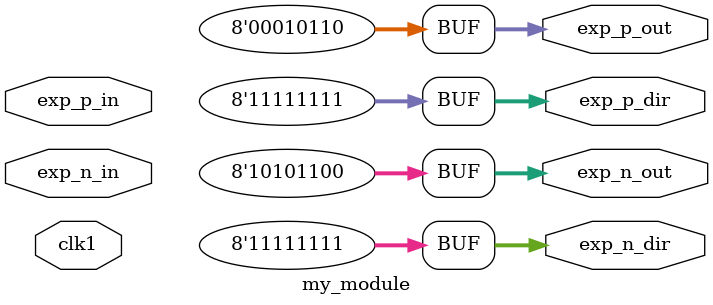
<source format=v>
`timescale 1ns / 1ps


module my_module(

    input        [7:0] exp_p_in,
    output       [7:0] exp_p_out,
    output       [7:0] exp_p_dir,
    
    input        [7:0] exp_n_in,
    output       [7:0] exp_n_out,
    output       [7:0] exp_n_dir,

    input        clk1
    );
    
    
reg [28:0] counter0;
reg [28:0] counter1;

assign exp_p_dir = 8'b1111_1111; // 1=output, 0=input
assign exp_n_dir = 8'b1111_1111; // 1=output, 0=input


//assign exp_p_out = {counter0[28],counter0[27],counter0[26],counter0[25],counter0[28],counter0[27],counter0[26],counter0[25]};
assign exp_p_out = 8'b0001_0110;
//assign exp_n_out = {counter1[28],counter1[27],counter1[26],counter1[25],counter1[28],counter1[27],counter1[26],counter1[25]};
assign exp_n_out = 8'b1010_1100;
 
always @(posedge clk1)
begin
    counter0 = counter0 + 1;
end

always @(posedge clk1)
begin
    counter1 = counter1 + 1;
end
        
endmodule

</source>
